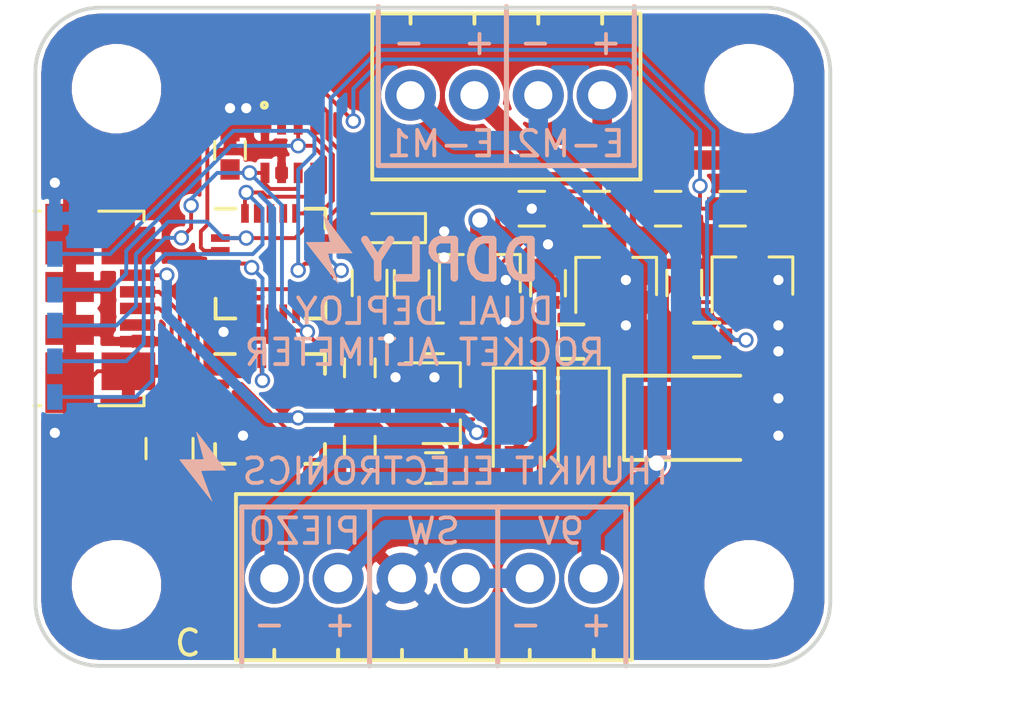
<source format=kicad_pcb>
(kicad_pcb (version 4) (host pcbnew 4.0.5+dfsg1-4)
  (title_block (title DDPLY) (date 2018-09-16) (rev C) (company "THUNKIT ELECTRONICS"))
  (layers (0 F.Cu signal) (31 B.Cu signal) (34 B.Paste user) (35 F.Paste user) (36 B.SilkS user) (37 F.SilkS user) (38 B.Mask user) (39 F.Mask user) (44 Edge.Cuts user))
  (net 0 "")
  (net 1 GND)
  (net 2 +3V3)
  (net 3 "Net-(C2-Pad1)")
  (net 4 "Net-(C3-Pad1)")
  (net 5 +9V)
  (net 6 +5V)
  (net 7 SCK_AVR)
  (net 8 CS_BMP)
  (net 9 TX_AVR)
  (net 10 RX_AVR)
  (net 11 PIEZO)
  (net 12 E-MATCH_2)
  (net 13 E-MATCH_1)
  (net 14 MOSI_AVR)
  (net 15 MISO_AVR)
  (net 16 "Net-(P1-Pad2)")
  (net 17 "Net-(P1-Pad3)")
  (net 18 "Net-(P1-Pad4)")
  (net 19 "Net-(U2-Pad4)")
  (net 20 "Net-(U2-Pad12)")
  (net 21 "Net-(U2-Pad14)")
  (net 22 "Net-(U2-Pad16)")
  (net 23 CONT_2)
  (net 24 CONT_1)
  (net 25 "Net-(R1-Pad3)")
  (net 26 "Net-(R1-Pad4)")
  (net 27 "Net-(U2-Pad5)")
  (net 28 "Net-(U2-Pad11)")
  (net 29 "Net-(D3-Pad2)")
  (net 30 RST_AVR)
  (net 31 E-M1)
  (net 32 E-M2)
  (net 33 PIEZO_OUT)
  (net 34 "Net-(P3-Pad4)")
  (net 35 "Net-(Q1-Pad1)")
  (net 36 "Net-(Q2-Pad1)")
  (module "MOD:GND VIA" (layer F.Cu) (at 158.5595 104.9655)
    (fp_text reference "" (at 0 0) (layer F.SilkS))
    (fp_text value "" (at 0 0) (layer F.SilkS))
    (pad 1 thru_hole circle (at 0 1.27) (size 0.6 0.6) (drill 0.4) (layers *.Cu) (net 1 GND))
  )
  (module MOD:lightning (layer B.Cu) (at 141.0335 100.457)
    (fp_text reference G*** hide)
    (fp_text value LOGO hide)
  )
  (module MOD:lightning (layer B.Cu) (at 136.0805 108.966)
    (fp_text reference G*** hide)
    (fp_text value LOGO hide)
  )
  (module "MOD:GND VIA" (layer F.Cu) (at 136.8425 102.362)
    (fp_text reference "" (at 0 0) (layer F.SilkS))
    (fp_text value "" (at 0 0) (layer F.SilkS))
    (pad 1 thru_hole circle (at 0 1.27) (size 0.6 0.6) (drill 0.4) (layers *.Cu) (net 1 GND))
  )
  (module "MOD:GND VIA" (layer F.Cu) (at 137.7315 93.599)
    (fp_text reference "" (at 0 0) (layer F.SilkS))
    (fp_text value "" (at 0 0) (layer F.SilkS))
    (pad 1 thru_hole circle (at 0 1.27) (size 0.6 0.6) (drill 0.4) (layers *.Cu) (net 1 GND))
  )
  (module "MOD:GND VIA" (layer F.Cu) (at 137.0965 93.599)
    (fp_text reference "" (at 0 0) (layer F.SilkS))
    (fp_text value "" (at 0 0) (layer F.SilkS))
    (pad 1 thru_hole circle (at 0 1.27) (size 0.6 0.6) (drill 0.4) (layers *.Cu) (net 1 GND))
  )
  (module "MOD:GND VIA" (layer F.Cu) (at 130.2385 106.317)
    (fp_text reference "" (at 0 0) (layer F.SilkS))
    (fp_text value "" (at 0 0) (layer F.SilkS))
    (pad 1 thru_hole circle (at 0 1.27) (size 0.6 0.6) (drill 0.4) (layers *.Cu *.Mask) (net 1 GND))
  )
  (module "MOD:GND VIA" (layer F.Cu) (at 130.2385 96.52)
    (fp_text reference "" (at 0 0) (layer F.SilkS))
    (fp_text value "" (at 0 0) (layer F.SilkS))
    (pad 1 thru_hole circle (at 0 1.27) (size 0.6 0.6) (drill 0.4) (layers *.Cu *.Mask) (net 1 GND))
  )
  (module "MOD:GND VIA" (layer F.Cu) (at 143.5735 104.14)
    (fp_text reference "" (at 0 0) (layer F.SilkS))
    (fp_text value "" (at 0 0) (layer F.SilkS))
    (pad 1 thru_hole circle (at 0 1.27) (size 0.6 0.6) (drill 0.4) (layers *.Cu) (net 1 GND))
  )
  (module "MOD:GND VIA" (layer F.Cu) (at 145.0975 104.14)
    (fp_text reference "" (at 0 0) (layer F.SilkS))
    (fp_text value "" (at 0 0) (layer F.SilkS))
    (pad 1 thru_hole circle (at 0 1.27) (size 0.6 0.6) (drill 0.4) (layers *.Cu) (net 1 GND))
  )
  (module "MOD:GND VIA" (layer F.Cu) (at 158.5595 106.426)
    (fp_text reference "" (at 0 0) (layer F.SilkS))
    (fp_text value "" (at 0 0) (layer F.SilkS))
    (pad 1 thru_hole circle (at 0 1.27) (size 0.6 0.6) (drill 0.4) (layers *.Cu) (net 1 GND))
  )
  (module "MOD:GND VIA" (layer F.Cu) (at 158.5595 103.124)
    (fp_text reference "" (at 0 0) (layer F.SilkS))
    (fp_text value "" (at 0 0) (layer F.SilkS))
    (pad 1 thru_hole circle (at 0 1.27) (size 0.6 0.6) (drill 0.4) (layers *.Cu) (net 1 GND))
  )
  (module "MOD:GND VIA" (layer F.Cu) (at 147.8915 101.981)
    (fp_text reference "" (at 0 0) (layer F.SilkS))
    (fp_text value "" (at 0 0) (layer F.SilkS))
    (pad 1 thru_hole circle (at 0 1.27) (size 0.6 0.6) (drill 0.4) (layers *.Cu) (net 1 GND))
  )
  (module "MOD:GND VIA" (layer F.Cu) (at 158.5595 102.108)
    (fp_text reference "" (at 0 0) (layer F.SilkS))
    (fp_text value "" (at 0 0) (layer F.SilkS))
    (pad 1 thru_hole circle (at 0 1.27) (size 0.6 0.6) (drill 0.4) (layers *.Cu) (net 1 GND))
  )
  (module "MOD:GND VIA" (layer F.Cu) (at 158.5595 100.33)
    (fp_text reference "" (at 0 0) (layer F.SilkS))
    (fp_text value "" (at 0 0) (layer F.SilkS))
    (pad 1 thru_hole circle (at 0 1.27) (size 0.6 0.6) (drill 0.4) (layers *.Cu) (net 1 GND))
  )
  (module "MOD:GND VIA" (layer F.Cu) (at 152.5905 102.108)
    (fp_text reference "" (at 0 0) (layer F.SilkS))
    (fp_text value "" (at 0 0) (layer F.SilkS))
    (pad 1 thru_hole circle (at 0 1.27) (size 0.6 0.6) (drill 0.4) (layers *.Cu) (net 1 GND))
  )
  (module "MOD:GND VIA" (layer F.Cu) (at 152.5905 100.33)
    (fp_text reference "" (at 0 0) (layer F.SilkS))
    (fp_text value "" (at 0 0) (layer F.SilkS))
    (pad 1 thru_hole circle (at 0 1.27) (size 0.6 0.6) (drill 0.4) (layers *.Cu) (net 1 GND))
  )
  (module "MOD:GND VIA" (layer F.Cu) (at 147.8915 100.33)
    (fp_text reference "" (at 0 0) (layer F.SilkS))
    (fp_text value "" (at 0 0) (layer F.SilkS))
    (pad 1 thru_hole circle (at 0 1.27) (size 0.6 0.6) (drill 0.4) (layers *.Cu) (net 1 GND))
  )
  (module "MOD:GND VIA" (layer F.Cu) (at 145.4785 99.441)
    (fp_text reference "" (at 0 0) (layer F.SilkS))
    (fp_text value "" (at 0 0) (layer F.SilkS))
    (pad 1 thru_hole circle (at 0 1.27) (size 0.6 0.6) (drill 0.4) (layers *.Cu) (net 1 GND))
  )
  (module "MOD:GND VIA" (layer F.Cu) (at 145.4785 98.425)
    (fp_text reference "" (at 0 0) (layer F.SilkS))
    (fp_text value "" (at 0 0) (layer F.SilkS))
    (pad 1 thru_hole circle (at 0 1.27) (size 0.6 0.6) (drill 0.4) (layers *.Cu) (net 1 GND))
  )
  (module "MOD:GND VIA" (layer F.Cu) (at 137.6045 106.426)
    (fp_text reference "" (at 0 0) (layer F.SilkS))
    (fp_text value "" (at 0 0) (layer F.SilkS))
    (pad 1 thru_hole circle (at 0 1.27) (size 0.6 0.6) (drill 0.4) (layers *.Cu) (net 1 GND))
  )
  (module "MOD:GND VIA" (layer F.Cu) (at 143.3195 102.616)
    (fp_text reference "" (at 0 0) (layer F.SilkS))
    (fp_text value "" (at 0 0) (layer F.SilkS))
    (pad 1 thru_hole circle (at 0 1.27) (size 0.6 0.6) (drill 0.4) (layers *.Cu) (net 1 GND))
  )
  (module "MOD:GND VIA" (layer F.Cu) (at 149.5425 98.933)
    (fp_text reference "" (at 0 0) (layer F.SilkS))
    (fp_text value "" (at 0 0) (layer F.SilkS))
    (pad 1 thru_hole circle (at 0 1.27) (size 0.6 0.6) (drill 0.4) (layers *.Cu) (net 1 GND))
  )
  (module Mounting_Holes:MountingHole_3.2mm_M3 (layer F.Cu) (at 157.4165 113.538)
    (fp_text reference REF** hide)
    (fp_text value MountingHole_3.2mm_M3)
    (pad 1 np_thru_hole circle (at 0 0) (size 3.2 3.2) (drill 3.2) (layers *.Cu *.Mask))
  )
  (module Mounting_Holes:MountingHole_3.2mm_M3 (layer F.Cu) (at 157.4165 94.107)
    (fp_text reference REF** hide)
    (fp_text value MountingHole_3.2mm_M3)
    (pad 1 np_thru_hole circle (at 0 0) (size 3.2 3.2) (drill 3.2) (layers *.Cu *.Mask))
  )
  (module Mounting_Holes:MountingHole_3.2mm_M3 (layer F.Cu) (at 132.6515 94.107)
    (fp_text reference REF** hide)
    (fp_text value MountingHole_3.2mm_M3)
    (pad 1 np_thru_hole circle (at 0 0) (size 3.2 3.2) (drill 3.2) (layers *.Cu *.Mask))
  )
  (module Capacitors_SMD:C_0603 (layer F.Cu) (at 142.1765 105.041 90)
    (fp_text reference C1 hide)
    (fp_text value 1uF)
    (pad 2 smd rect (at 0.75 0 90) (size 0.8 0.75) (layers F.Cu F.Paste F.Mask) (net 1 GND))
    (pad 1 smd rect (at -0.75 0 90) (size 0.8 0.75) (layers F.Cu F.Paste F.Mask) (net 2 +3V3))
  )
  (module Capacitors_SMD:C_0603 (layer F.Cu) (at 142.1765 108.077 90)
    (fp_text reference C2 hide)
    (fp_text value 1uF)
    (pad 2 smd rect (at 0.75 0 90) (size 0.8 0.75) (layers F.Cu F.Paste F.Mask) (net 1 GND))
    (pad 1 smd rect (at -0.75 0 90) (size 0.8 0.75) (layers F.Cu F.Paste F.Mask) (net 3 "Net-(C2-Pad1)"))
  )
  (module Capacitors_SMD:C_0603 (layer F.Cu) (at 145.0975 103.886 180)
    (fp_text reference C3 hide)
    (fp_text value 1uF)
    (pad 2 smd rect (at 0.75 0 180) (size 0.8 0.75) (layers F.Cu F.Paste F.Mask) (net 1 GND))
    (pad 1 smd rect (at -0.75 0 180) (size 0.8 0.75) (layers F.Cu F.Paste F.Mask) (net 4 "Net-(C3-Pad1)"))
  )
  (module Capacitors_SMD:C_0603 (layer F.Cu) (at 145.0975 108.966 180)
    (fp_text reference C4 hide)
    (fp_text value 1uF)
    (pad 2 smd rect (at 0.75 0 180) (size 0.8 0.75) (layers F.Cu F.Paste F.Mask) (net 1 GND))
    (pad 1 smd rect (at -0.75 0 180) (size 0.8 0.75) (layers F.Cu F.Paste F.Mask) (net 2 +3V3))
  )
  (module Capacitors_SMD:C_0603 (layer F.Cu) (at 137.0965 96.52 90)
    (fp_text reference C8 hide)
    (fp_text value 1uF)
    (pad 2 smd rect (at 0.75 0 90) (size 0.8 0.75) (layers F.Cu F.Paste F.Mask) (net 1 GND))
    (pad 1 smd rect (at -0.75 0 90) (size 0.8 0.75) (layers F.Cu F.Paste F.Mask) (net 2 +3V3))
  )
  (module Diodes_SMD:D_SOD-123F (layer F.Cu) (at 150.9395 107.2515 270)
    (fp_text reference D1 hide)
    (fp_text value D_Schottky)
    (pad 1 smd rect (at -1.4 0 270) (size 1.1 1.1) (layers F.Cu F.Paste F.Mask) (net 4 "Net-(C3-Pad1)"))
    (pad 2 smd rect (at 1.4 0 270) (size 1.1 1.1) (layers F.Cu F.Paste F.Mask) (net 5 +9V))
  )
  (module Diodes_SMD:D_SOD-123F (layer F.Cu) (at 148.3995 107.2515 270)
    (fp_text reference D2 hide)
    (fp_text value D_Schottky)
    (pad 1 smd rect (at -1.4 0 270) (size 1.1 1.1) (layers F.Cu F.Paste F.Mask) (net 4 "Net-(C3-Pad1)"))
    (pad 2 smd rect (at 1.4 0 270) (size 1.1 1.1) (layers F.Cu F.Paste F.Mask) (net 6 +5V))
  )
  (module Resistors_SMD:R_0603 (layer F.Cu) (at 149.5425 101.727 90)
    (fp_text reference R7 hide)
    (fp_text value 10K)
    (pad 1 smd rect (at -0.75 0 90) (size 0.5 0.9) (layers F.Cu F.Paste F.Mask) (net 35 "Net-(Q1-Pad1)"))
    (pad 2 smd rect (at 0.75 0 90) (size 0.5 0.9) (layers F.Cu F.Paste F.Mask) (net 1 GND))
  )
  (module Resistors_SMD:R_0603 (layer F.Cu) (at 154.8765 101.715 90)
    (fp_text reference R8 hide)
    (fp_text value 10K)
    (pad 1 smd rect (at -0.75 0 90) (size 0.5 0.9) (layers F.Cu F.Paste F.Mask) (net 36 "Net-(Q2-Pad1)"))
    (pad 2 smd rect (at 0.75 0 90) (size 0.5 0.9) (layers F.Cu F.Paste F.Mask) (net 1 GND))
  )
  (module Resistors_SMD:R_0603 (layer F.Cu) (at 144.2085 101.727 90)
    (fp_text reference R9 hide)
    (fp_text value 10K)
    (pad 1 smd rect (at -0.75 0 90) (size 0.5 0.9) (layers F.Cu F.Paste F.Mask) (net 11 PIEZO))
    (pad 2 smd rect (at 0.75 0 90) (size 0.5 0.9) (layers F.Cu F.Paste F.Mask) (net 1 GND))
  )
  (module TO_SOT_Packages_SMD:SOT-23 (layer F.Cu) (at 152.2095 101.473 90)
    (fp_text reference Q1 hide)
    (fp_text value Q_NJFET_GSD)
    (pad 1 smd rect (at -1 -0.95 90) (size 0.9 0.8) (layers F.Cu F.Paste F.Mask) (net 35 "Net-(Q1-Pad1)"))
    (pad 2 smd rect (at -1 0.95 90) (size 0.9 0.8) (layers F.Cu F.Paste F.Mask) (net 1 GND))
    (pad 3 smd rect (at 1 0 90) (size 0.9 0.8) (layers F.Cu F.Paste F.Mask) (net 31 E-M1))
  )
  (module TO_SOT_Packages_SMD:SOT-23 (layer F.Cu) (at 157.5435 101.457 90)
    (fp_text reference Q2 hide)
    (fp_text value Q_NJFET_GSD)
    (pad 1 smd rect (at -1 -0.95 90) (size 0.9 0.8) (layers F.Cu F.Paste F.Mask) (net 36 "Net-(Q2-Pad1)"))
    (pad 2 smd rect (at -1 0.95 90) (size 0.9 0.8) (layers F.Cu F.Paste F.Mask) (net 1 GND))
    (pad 3 smd rect (at 1 0 90) (size 0.9 0.8) (layers F.Cu F.Paste F.Mask) (net 32 E-M2))
  )
  (module TO_SOT_Packages_SMD:SOT-23 (layer F.Cu) (at 146.8755 101.362 90)
    (fp_text reference Q3 hide)
    (fp_text value Q_NJFET_GSD)
    (pad 1 smd rect (at -1 -0.95 90) (size 0.9 0.8) (layers F.Cu F.Paste F.Mask) (net 11 PIEZO))
    (pad 2 smd rect (at -1 0.95 90) (size 0.9 0.8) (layers F.Cu F.Paste F.Mask) (net 1 GND))
    (pad 3 smd rect (at 1 0 90) (size 0.9 0.8) (layers F.Cu F.Paste F.Mask) (net 33 PIEZO_OUT))
  )
  (module TO_SOT_Packages_SMD:SOT-23 (layer F.Cu) (at 145.3515 106.426)
    (fp_text reference U1 hide)
    (fp_text value AP2210)
    (pad 1 smd rect (at -1 -0.95) (size 0.9 0.8) (layers F.Cu F.Paste F.Mask) (net 1 GND))
    (pad 2 smd rect (at -1 0.95) (size 0.9 0.8) (layers F.Cu F.Paste F.Mask) (net 2 +3V3))
    (pad 3 smd rect (at 1 0) (size 0.9 0.8) (layers F.Cu F.Paste F.Mask) (net 4 "Net-(C3-Pad1)"))
  )
  (module MOD:QFN-20-1EP_4x4mm_Pitch0.5mm (layer F.Cu) (at 138.6805 100.957)
    (fp_text reference U5 hide)
    (fp_text value ATTINY841-MMH)
    (pad 1 smd rect (at -1.965 -1) (size 0.73 0.3) (layers F.Cu F.Paste F.Mask) (net 7 SCK_AVR))
    (pad 2 smd rect (at -1.965 -0.5) (size 0.73 0.3) (layers F.Cu F.Paste F.Mask) (net 23 CONT_2))
    (pad 3 smd rect (at -1.965 0) (size 0.73 0.3) (layers F.Cu F.Paste F.Mask) (net 10 RX_AVR))
    (pad 4 smd rect (at -1.965 0.5) (size 0.73 0.3) (layers F.Cu F.Paste F.Mask) (net 9 TX_AVR))
    (pad 5 smd rect (at -1.965 1) (size 0.73 0.3) (layers F.Cu F.Paste F.Mask) (net 11 PIEZO))
    (pad 6 smd rect (at -1 1.965 90) (size 0.73 0.3) (layers F.Cu F.Paste F.Mask))
    (pad 7 smd rect (at -0.5 1.965 90) (size 0.73 0.3) (layers F.Cu F.Paste F.Mask))
    (pad 8 smd rect (at 0 1.965 90) (size 0.73 0.3) (layers F.Cu F.Paste F.Mask) (net 1 GND))
    (pad 9 smd rect (at 0.5 1.965 90) (size 0.73 0.3) (layers F.Cu F.Paste F.Mask) (net 2 +3V3))
    (pad 10 smd rect (at 1 1.965 90) (size 0.73 0.3) (layers F.Cu F.Paste F.Mask))
    (pad 11 smd rect (at 1.965 1) (size 0.73 0.3) (layers F.Cu F.Paste F.Mask) (net 24 CONT_1))
    (pad 12 smd rect (at 1.965 0.5) (size 0.73 0.3) (layers F.Cu F.Paste F.Mask) (net 12 E-MATCH_2))
    (pad 13 smd rect (at 1.965 0) (size 0.73 0.3) (layers F.Cu F.Paste F.Mask) (net 30 RST_AVR))
    (pad 14 smd rect (at 1.965 -0.5) (size 0.73 0.3) (layers F.Cu F.Paste F.Mask) (net 13 E-MATCH_1))
    (pad 15 smd rect (at 1.965 -1) (size 0.73 0.3) (layers F.Cu F.Paste F.Mask) (net 8 CS_BMP))
    (pad 16 smd rect (at 1 -1.965 90) (size 0.73 0.3) (layers F.Cu F.Paste F.Mask) (net 14 MOSI_AVR))
    (pad 17 smd rect (at 0.5 -1.965 90) (size 0.73 0.3) (layers F.Cu F.Paste F.Mask))
    (pad 18 smd rect (at 0 -1.965 90) (size 0.73 0.3) (layers F.Cu F.Paste F.Mask))
    (pad 19 smd rect (at -0.5 -1.965 90) (size 0.73 0.3) (layers F.Cu F.Paste F.Mask))
    (pad 20 smd rect (at -1 -1.965 90) (size 0.73 0.3) (layers F.Cu F.Paste F.Mask) (net 15 MISO_AVR))
  )
  (module Resistors_SMD:R_0603 (layer F.Cu) (at 151.4475 98.806 180)
    (fp_text reference R10 hide)
    (fp_text value 100K)
    (pad 1 smd rect (at -0.75 0 180) (size 0.5 0.9) (layers F.Cu F.Paste F.Mask) (net 31 E-M1))
    (pad 2 smd rect (at 0.75 0 180) (size 0.5 0.9) (layers F.Cu F.Paste F.Mask) (net 24 CONT_1))
  )
  (module Resistors_SMD:R_0603 (layer F.Cu) (at 148.9075 98.806 180)
    (fp_text reference R11 hide)
    (fp_text value 10K)
    (pad 1 smd rect (at -0.75 0 180) (size 0.5 0.9) (layers F.Cu F.Paste F.Mask) (net 24 CONT_1))
    (pad 2 smd rect (at 0.75 0 180) (size 0.5 0.9) (layers F.Cu F.Paste F.Mask) (net 1 GND))
  )
  (module Resistors_SMD:R_0603 (layer F.Cu) (at 156.7695 98.806 180)
    (fp_text reference R12 hide)
    (fp_text value 100K)
    (pad 1 smd rect (at -0.75 0 180) (size 0.5 0.9) (layers F.Cu F.Paste F.Mask) (net 32 E-M2))
    (pad 2 smd rect (at 0.75 0 180) (size 0.5 0.9) (layers F.Cu F.Paste F.Mask) (net 23 CONT_2))
  )
  (module Resistors_SMD:R_0603 (layer F.Cu) (at 154.2415 98.806001 180)
    (fp_text reference R13 hide)
    (fp_text value 10K)
    (pad 1 smd rect (at -0.75 0 180) (size 0.5 0.9) (layers F.Cu F.Paste F.Mask) (net 23 CONT_2))
    (pad 2 smd rect (at 0.75 0 180) (size 0.5 0.9) (layers F.Cu F.Paste F.Mask) (net 1 GND))
  )
  (module Connectors_USB:USB_Micro-B_Molex_47346-0001 (layer F.Cu) (at 130.817 102.713 270)
    (fp_text reference P1 hide)
    (fp_text value USB_OTG)
    (pad 1 smd rect (at -1.3 -2.66 270) (size 0.45 1.38) (layers F.Cu F.Paste F.Mask) (net 6 +5V))
    (pad 2 smd rect (at -0.65 -2.66 270) (size 0.45 1.38) (layers F.Cu F.Paste F.Mask) (net 16 "Net-(P1-Pad2)"))
    (pad 3 smd rect (at 0 -2.66 270) (size 0.45 1.38) (layers F.Cu F.Paste F.Mask) (net 17 "Net-(P1-Pad3)"))
    (pad 4 smd rect (at 0.65 -2.66 270) (size 0.45 1.38) (layers F.Cu F.Paste F.Mask) (net 18 "Net-(P1-Pad4)"))
    (pad 5 smd rect (at 1.3 -2.66 270) (size 0.45 1.38) (layers F.Cu F.Paste F.Mask) (net 1 GND))
    (pad 6 smd rect (at -2.4625 -2.3 270) (size 1.475 2.1) (layers F.Cu F.Paste F.Mask) (net 1 GND))
    (pad 6 smd rect (at 2.4625 -2.3 270) (size 1.475 2.1) (layers F.Cu F.Paste F.Mask) (net 1 GND))
    (pad 6 smd rect (at -2.91 0 270) (size 2.375 1.9) (layers F.Cu F.Paste F.Mask) (net 1 GND))
    (pad 6 smd rect (at 2.91 0 270) (size 2.375 1.9) (layers F.Cu F.Paste F.Mask) (net 1 GND))
    (pad 6 smd rect (at -0.84 0 270) (size 1.175 1.9) (layers F.Cu F.Paste F.Mask) (net 1 GND))
    (pad 6 smd rect (at 0.84 0 270) (size 1.175 1.9) (layers F.Cu F.Paste F.Mask) (net 1 GND))
  )
  (module Resistors_SMD:R_Array_Concave_2x0603 (layer F.Cu) (at 134.728 108.204 270)
    (fp_text reference R1 hide)
    (fp_text value 22)
    (pad 1 smd rect (at -0.85 -0.4 270) (size 0.9 0.4) (layers F.Cu F.Paste F.Mask) (net 16 "Net-(P1-Pad2)"))
    (pad 2 smd rect (at -0.85 0.4 270) (size 0.9 0.4) (layers F.Cu F.Paste F.Mask) (net 17 "Net-(P1-Pad3)"))
    (pad 3 smd rect (at 0.85 0.4 270) (size 0.9 0.4) (layers F.Cu F.Paste F.Mask) (net 25 "Net-(R1-Pad3)"))
    (pad 4 smd rect (at 0.85 -0.4 270) (size 0.9 0.4) (layers F.Cu F.Paste F.Mask) (net 26 "Net-(R1-Pad4)"))
  )
  (module Mounting_Holes:MountingHole_3.2mm_M3 (layer F.Cu) (at 132.6515 113.538)
    (fp_text reference REF** hide)
    (fp_text value MountingHole_3.2mm_M3)
    (pad 1 np_thru_hole circle (at 0 0) (size 3.2 3.2) (drill 3.2) (layers *.Cu *.Mask))
  )
  (module Diodes_SMD:D_0603 (layer F.Cu) (at 143.4465 99.568 180)
    (fp_text reference D3 hide)
    (fp_text value RED)
    (pad 1 smd rect (at -0.85 0 180) (size 0.6 0.8) (layers F.Cu F.Paste F.Mask) (net 1 GND))
    (pad 2 smd rect (at 0.85 0 180) (size 0.6 0.8) (layers F.Cu F.Paste F.Mask) (net 29 "Net-(D3-Pad2)"))
  )
  (module Resistors_SMD:R_0603 (layer F.Cu) (at 142.5575 101.715 90)
    (fp_text reference R2 hide)
    (fp_text value 680)
    (pad 1 smd rect (at -0.75 0 90) (size 0.5 0.9) (layers F.Cu F.Paste F.Mask) (net 11 PIEZO))
    (pad 2 smd rect (at 0.75 0 90) (size 0.5 0.9) (layers F.Cu F.Paste F.Mask) (net 29 "Net-(D3-Pad2)"))
  )
  (module MOD:QFN-16_4x4mm_Pitch0.65mm (layer F.Cu) (at 138.6615 106.648)
    (fp_text reference U2 hide)
    (fp_text value FT230XQ-R)
    (pad 1 smd rect (at -2 -0.975) (size 0.8 0.35) (layers F.Cu F.Paste F.Mask) (net 3 "Net-(C2-Pad1)"))
    (pad 2 smd rect (at -2 -0.325) (size 0.8 0.35) (layers F.Cu F.Paste F.Mask) (net 9 TX_AVR))
    (pad 3 smd rect (at -2 0.325) (size 0.8 0.35) (layers F.Cu F.Paste F.Mask) (net 1 GND))
    (pad 4 smd rect (at -2 0.975) (size 0.8 0.35) (layers F.Cu F.Paste F.Mask) (net 19 "Net-(U2-Pad4)"))
    (pad 5 smd rect (at -0.975 2 90) (size 0.8 0.35) (layers F.Cu F.Paste F.Mask) (net 27 "Net-(U2-Pad5)"))
    (pad 6 smd rect (at -0.325 2 90) (size 0.8 0.35) (layers F.Cu F.Paste F.Mask) (net 25 "Net-(R1-Pad3)"))
    (pad 7 smd rect (at 0.325 2 90) (size 0.8 0.35) (layers F.Cu F.Paste F.Mask) (net 26 "Net-(R1-Pad4)"))
    (pad 8 smd rect (at 0.975 2 90) (size 0.8 0.35) (layers F.Cu F.Paste F.Mask) (net 3 "Net-(C2-Pad1)"))
    (pad 9 smd rect (at 2 0.975) (size 0.8 0.35) (layers F.Cu F.Paste F.Mask) (net 3 "Net-(C2-Pad1)"))
    (pad 10 smd rect (at 2 0.325) (size 0.8 0.35) (layers F.Cu F.Paste F.Mask) (net 6 +5V))
    (pad 11 smd rect (at 2 -0.325) (size 0.8 0.35) (layers F.Cu F.Paste F.Mask) (net 28 "Net-(U2-Pad11)"))
    (pad 12 smd rect (at 2 -0.975) (size 0.8 0.35) (layers F.Cu F.Paste F.Mask) (net 20 "Net-(U2-Pad12)"))
    (pad 13 smd rect (at 0.975 -2 90) (size 0.8 0.35) (layers F.Cu F.Paste F.Mask) (net 1 GND))
    (pad 14 smd rect (at 0.325 -2 90) (size 0.8 0.35) (layers F.Cu F.Paste F.Mask) (net 21 "Net-(U2-Pad14)"))
    (pad 15 smd rect (at -0.325 -2 90) (size 0.8 0.35) (layers F.Cu F.Paste F.Mask) (net 10 RX_AVR))
    (pad 16 smd rect (at -0.975 -2 90) (size 0.8 0.35) (layers F.Cu F.Paste F.Mask) (net 22 "Net-(U2-Pad16)"))
  )
  (module "MOD:GND VIA" (layer F.Cu) (at 148.9075 97.536)
    (fp_text reference "" (at 0 0) (layer F.SilkS))
    (fp_text value "" (at 0 0) (layer F.SilkS))
    (pad 1 thru_hole circle (at 0 1.27) (size 0.6 0.6) (drill 0.4) (layers *.Cu) (net 1 GND))
  )
  (module MOD:LINEAR_ICSP (layer B.Cu) (at 131.6385 102.681 90)
    (fp_text reference P5 hide)
    (fp_text value ICSP)
    (pad 1 connect rect (at -3.5 -1.4 90) (size 1 0.6) (layers B.Cu B.Mask) (net 15 MISO_AVR))
    (pad 2 connect rect (at -2.1 -1.4 90) (size 1 0.6) (layers B.Cu B.Mask) (net 2 +3V3))
    (pad 3 connect rect (at -0.7 -1.4 90) (size 1 0.6) (layers B.Cu B.Mask) (net 7 SCK_AVR))
    (pad 4 connect rect (at 0.7 -1.4 90) (size 1 0.6) (layers B.Cu B.Mask) (net 14 MOSI_AVR))
    (pad 6 connect rect (at 3.5 -1.4 90) (size 1 0.6) (layers B.Cu B.Mask) (net 1 GND))
    (pad 5 connect rect (at 2.1 -1.4 90) (size 1 0.6) (layers B.Cu B.Mask) (net 30 RST_AVR))
  )
  (module MOD:LGA-8_PIN1_DOT (layer F.Cu) (at 139.4385 96.454 90)
    (fp_text reference U4)
    (fp_text value BMP280 hide)
    (pad 2 smd rect (at 0.95 -0.325 90) (size 0.8 0.35) (layers F.Cu F.Paste F.Mask) (net 8 CS_BMP) (clearance 0.0508))
    (pad 7 smd rect (at -0.95 -0.325 90) (size 0.8 0.35) (layers F.Cu F.Paste F.Mask) (net 1 GND))
    (pad 3 smd rect (at 0.95 0.325 90) (size 0.8 0.35) (layers F.Cu F.Paste F.Mask) (net 14 MOSI_AVR))
    (pad 6 smd rect (at -0.95 0.325 90) (size 0.8 0.35) (layers F.Cu F.Paste F.Mask) (net 2 +3V3))
    (pad 8 smd rect (at -0.95 -0.975 90) (size 0.8 0.35) (layers F.Cu F.Paste F.Mask) (net 2 +3V3))
    (pad 1 smd rect (at 0.95 -0.975 90) (size 0.8 0.35) (layers F.Cu F.Paste F.Mask) (net 1 GND))
    (pad 4 smd rect (at 0.95 0.975 90) (size 0.8 0.35) (layers F.Cu F.Paste F.Mask) (net 7 SCK_AVR))
    (pad 5 smd rect (at -0.95 0.975 90) (size 0.8 0.35) (layers F.Cu F.Paste F.Mask) (net 15 MISO_AVR))
  )
  (module Capacitors_Tantalum_SMD:Tantalum_Case-B_EIA-3528-21_Reflow (layer F.Cu) (at 155.32 106.9975)
    (fp_text reference C6 hide)
    (fp_text value 100uF)
    (pad 1 smd rect (at -1.525 0) (size 1.95 2.5) (layers F.Cu F.Paste F.Mask) (net 5 +9V))
    (pad 2 smd rect (at 1.525 0) (size 1.95 2.5) (layers F.Cu F.Paste F.Mask) (net 1 GND))
  )
  (module MOD:100MIL_STX4 (layer F.Cu) (at 153.1615 97.661 180)
    (fp_text reference P2 hide)
    (fp_text value SCREW)
    (pad 1 thru_hole circle (at 1.5 3.3 180) (size 2 2) (drill 1.1) (layers *.Cu *.Mask) (net 32 E-M2))
    (pad 2 thru_hole circle (at 4 3.3 180) (size 2 2) (drill 1.1) (layers *.Cu *.Mask) (net 5 +9V))
    (pad 3 thru_hole circle (at 6.5 3.3 180) (size 2 2) (drill 1.1) (layers *.Cu *.Mask) (net 31 E-M1))
    (pad 4 thru_hole circle (at 9 3.3 180) (size 2 2) (drill 1.1) (layers *.Cu *.Mask) (net 5 +9V))
  )
  (module MOD:100MIL_STX6 (layer F.Cu) (at 137.3275 109.984)
    (fp_text reference P3 hide)
    (fp_text value SCREW)
    (pad 1 thru_hole circle (at 1.5 3.3) (size 2 2) (drill 1.1) (layers *.Cu *.Mask) (net 33 PIEZO_OUT))
    (pad 2 thru_hole circle (at 4 3.3) (size 2 2) (drill 1.1) (layers *.Cu *.Mask) (net 5 +9V))
    (pad 3 thru_hole circle (at 6.5 3.3) (size 2 2) (drill 1.1) (layers *.Cu *.Mask) (net 1 GND))
    (pad 4 thru_hole circle (at 9 3.3) (size 2 2) (drill 1.1) (layers *.Cu *.Mask) (net 34 "Net-(P3-Pad4)"))
    (pad 5 thru_hole circle (at 11.5 3.3) (size 2 2) (drill 1.1) (layers *.Cu *.Mask) (net 34 "Net-(P3-Pad4)"))
    (pad 6 thru_hole circle (at 14 3.3) (size 2 2) (drill 1.1) (layers *.Cu *.Mask) (net 5 +9V))
  )
  (module Resistors_SMD:R_0603 (layer F.Cu) (at 150.4315 104.013)
    (fp_text reference R3 hide)
    (fp_text value 680)
    (pad 1 smd rect (at -0.75 0) (size 0.5 0.9) (layers F.Cu F.Paste F.Mask) (net 35 "Net-(Q1-Pad1)"))
    (pad 2 smd rect (at 0.75 0) (size 0.5 0.9) (layers F.Cu F.Paste F.Mask) (net 13 E-MATCH_1))
  )
  (module Resistors_SMD:R_0603 (layer F.Cu) (at 155.7535 103.9495)
    (fp_text reference R4 hide)
    (fp_text value 680)
    (pad 1 smd rect (at -0.75 0) (size 0.5 0.9) (layers F.Cu F.Paste F.Mask) (net 36 "Net-(Q2-Pad1)"))
    (pad 2 smd rect (at 0.75 0) (size 0.5 0.9) (layers F.Cu F.Paste F.Mask) (net 12 E-MATCH_2))
  )
  (gr_line (start 142.898476 97.115386) (end 142.898476 90.892386) (layer B.SilkS) (width 0.2))
  (gr_line (start 147.914976 97.115386) (end 147.914976 90.892386) (layer B.SilkS) (width 0.2))
  (gr_line (start 152.9207 97.1169) (end 152.9207 90.8939) (layer B.SilkS) (width 0.2))
  (gr_line (start 152.9207 97.1169) (end 147.914976 97.115386) (layer B.SilkS) (width 0.2))
  (gr_line (start 147.914976 97.115386) (end 142.898476 97.115386) (layer B.SilkS) (width 0.2))
  (gr_line (start 147.6375 110.49) (end 152.5905 110.49) (layer B.SilkS) (width 0.2))
  (gr_line (start 152.5905 110.49) (end 152.5905 116.713) (layer B.SilkS) (width 0.2))
  (gr_line (start 147.574 110.49) (end 147.574 116.713) (layer B.SilkS) (width 0.2))
  (gr_line (start 142.5575 110.49) (end 147.6375 110.49) (layer B.SilkS) (width 0.2))
  (gr_line (start 137.5537 110.49) (end 137.5537 116.713) (layer B.SilkS) (width 0.2))
  (gr_line (start 142.5575 110.49) (end 142.5575 116.713) (layer B.SilkS) (width 0.2))
  (gr_line (start 137.5537 110.49) (end 142.5575 110.49) (layer B.SilkS) (width 0.2))
  (gr_text "+  -" (at 150.0505 115.062) (layer B.SilkS) (effects (font (size 1 1)) (justify mirror)))
  (gr_text "DUAL DEPLOY\nROCKET ALTIMETER" (at 144.7165 103.632) (layer B.SilkS) (effects (font (size 1 1)) (justify mirror)))
  (gr_text DDPLY (at 145.7325 100.838) (layer B.SilkS) (effects (font (size 1.5 1.5) (thickness 0.3)) (justify mirror)))
  (gr_text "THUNKIT ELECTRONICS\n" (at 145.9865 109.093) (layer B.SilkS) (effects (font (size 1 1)) (justify mirror)))
  (gr_text C (at 135.4455 115.824) (layer F.SilkS) (effects (font (size 1 1))))
  (gr_text "+  -" (at 140.0175 115.062) (layer B.SilkS) (effects (font (size 1 1)) (justify mirror)))
  (gr_text "+  -" (at 150.4315 92.2655) (layer B.SilkS) (effects (font (size 1 1)) (justify mirror)))
  (gr_text "+  -" (at 145.4785 92.2655) (layer B.SilkS) (effects (font (size 1 1)) (justify mirror)))
  (gr_text E-M1 (at 145.3515 96.266) (layer B.SilkS) (effects (font (size 1 1)) (justify mirror)))
  (gr_text E-M2 (at 150.4315 96.266) (layer B.SilkS) (effects (font (size 1 1)) (justify mirror)))
  (gr_text PIEZO (at 140.0175 111.4425) (layer B.SilkS) (effects (font (size 1 1)) (justify mirror)))
  (gr_text 9V (at 150.0505 111.4425) (layer B.SilkS) (effects (font (size 1 1)) (justify mirror)))
  (gr_text SW (at 145.0467 111.4425) (layer B.SilkS) (effects (font (size 1 1)) (justify mirror)))
  (gr_arc (start 132.0165 114.173) (end 132.0165 116.713) (angle 90) (layer Edge.Cuts) (width 0.15))
  (gr_arc (start 132.0165 93.472) (end 129.4765 93.472) (angle 90) (layer Edge.Cuts) (width 0.15))
  (gr_arc (start 158.0515 93.472) (end 158.0515 90.932) (angle 90) (layer Edge.Cuts) (width 0.15))
  (gr_arc (start 158.0515 114.173) (end 160.5915 114.173) (angle 90) (layer Edge.Cuts) (width 0.15))
  (gr_line (start 129.4765 114.173) (end 129.4765 93.472) (layer Edge.Cuts) (width 0.15))
  (gr_line (start 160.5915 93.472) (end 160.5915 114.173) (layer Edge.Cuts) (width 0.15))
  (gr_line (start 132.0165 90.932) (end 158.0515 90.932) (layer Edge.Cuts) (width 0.15))
  (gr_line (start 158.0515 116.713) (end 132.0165 116.713) (layer Edge.Cuts) (width 0.15))
  (segment (start 133.477 104.013) (end 133.477 104.8155) (width 0.1524) (layer F.Cu) (net 1))
  (segment (start 133.477 104.8155) (end 133.117 105.1755) (width 0.1524) (layer F.Cu) (net 1))
  (segment (start 133.117 105.1755) (end 131.9146 105.1755) (width 0.1524) (layer F.Cu) (net 1))
  (segment (start 131.9146 105.1755) (end 131.4671 105.623) (width 0.1524) (layer F.Cu) (net 1))
  (segment (start 131.4671 105.623) (end 130.817 105.623) (width 0.1524) (layer F.Cu) (net 1))
  (segment (start 130.817 103.553) (end 130.817 105.623) (width 0.1524) (layer F.Cu) (net 1))
  (segment (start 130.817 101.873) (end 130.817 102.6129) (width 0.1524) (layer F.Cu) (net 1))
  (segment (start 130.817 102.6129) (end 130.817 103.553) (width 0.1524) (layer F.Cu) (net 1))
  (segment (start 133.117 100.2505) (end 131.2645 100.2505) (width 0.1524) (layer F.Cu) (net 1))
  (segment (start 131.2645 100.2505) (end 130.817 99.803) (width 0.1524) (layer F.Cu) (net 1))
  (segment (start 130.817 99.803) (end 130.817 101.873) (width 0.1524) (layer F.Cu) (net 1))
  (segment (start 138.6805 102.922) (end 138.6805 103.4394) (width 0.1524) (layer F.Cu) (net 1))
  (segment (start 138.6805 103.4394) (end 139.1271 103.886) (width 0.1524) (layer F.Cu) (net 1))
  (segment (start 139.1271 103.886) (end 139.4269 103.886) (width 0.1524) (layer F.Cu) (net 1))
  (segment (start 139.6365 104.0956) (end 139.6365 104.648) (width 0.1524) (layer F.Cu) (net 1))
  (segment (start 139.4269 103.886) (end 139.6365 104.0956) (width 0.1524) (layer F.Cu) (net 1))
  (segment (start 135.5725 98.679) (end 135.5725 99.568) (width 0.1524) (layer F.Cu) (net 2))
  (segment (start 135.5725 99.568) (end 135.1915 99.949) (width 0.1524) (layer F.Cu) (net 2))
  (segment (start 136.5935 97.404) (end 135.5725 98.425) (width 0.1524) (layer B.Cu) (net 2))
  (segment (start 135.5725 98.425) (end 135.5725 98.679) (width 0.1524) (layer B.Cu) (net 2))
  (via (at 135.5725 98.679) (size 0.6) (drill 0.4) (layers F.Cu B.Cu) (net 2))
  (segment (start 137.08117 97.404) (end 136.5935 97.404) (width 0.1524) (layer B.Cu) (net 2))
  (segment (start 134.767236 99.949) (end 135.1915 99.949) (width 0.1524) (layer B.Cu) (net 2))
  (segment (start 133.718311 100.787189) (end 134.5565 99.949) (width 0.1524) (layer B.Cu) (net 2))
  (segment (start 133.718311 104.089189) (end 133.718311 100.787189) (width 0.1524) (layer B.Cu) (net 2))
  (segment (start 134.5565 99.949) (end 134.767236 99.949) (width 0.1524) (layer B.Cu) (net 2))
  (segment (start 133.0265 104.781) (end 133.718311 104.089189) (width 0.1524) (layer B.Cu) (net 2))
  (segment (start 130.2385 104.781) (end 133.0265 104.781) (width 0.1524) (layer B.Cu) (net 2))
  (via (at 135.1915 99.949) (size 0.6) (drill 0.4) (layers F.Cu B.Cu) (net 2))
  (segment (start 137.8585 97.404) (end 137.08117 97.404) (width 0.1524) (layer B.Cu) (net 2))
  (segment (start 139.687299 98.032601) (end 139.7635 97.9564) (width 0.1524) (layer F.Cu) (net 2))
  (segment (start 138.659168 98.032601) (end 139.687299 98.032601) (width 0.1524) (layer F.Cu) (net 2))
  (segment (start 138.4635 97.836933) (end 138.659168 98.032601) (width 0.1524) (layer F.Cu) (net 2))
  (segment (start 138.4635 97.404) (end 138.4635 97.836933) (width 0.1524) (layer F.Cu) (net 2))
  (segment (start 139.7635 97.9564) (end 139.7635 97.404) (width 0.1524) (layer F.Cu) (net 2))
  (segment (start 139.1285 98.674) (end 139.1285 98.806) (width 0.1524) (layer B.Cu) (net 2))
  (segment (start 139.1285 98.806) (end 139.1285 102.633829) (width 0.1524) (layer B.Cu) (net 2))
  (segment (start 137.8585 97.404) (end 139.1285 98.674) (width 0.1524) (layer B.Cu) (net 2))
  (segment (start 138.4635 97.404) (end 137.9855 97.404) (width 0.1524) (layer F.Cu) (net 2))
  (segment (start 137.8585 97.404) (end 137.3575 97.404) (width 0.1524) (layer F.Cu) (net 2))
  (segment (start 137.9855 97.404) (end 137.8585 97.404) (width 0.1524) (layer F.Cu) (net 2))
  (via (at 137.8585 97.404) (size 0.6) (drill 0.4) (layers F.Cu B.Cu) (net 2))
  (segment (start 139.1285 102.633829) (end 140.125049 103.630378) (width 0.1524) (layer B.Cu) (net 2))
  (segment (start 139.991689 103.581189) (end 140.07586 103.581189) (width 0.1524) (layer F.Cu) (net 2))
  (segment (start 140.07586 103.581189) (end 140.125049 103.630378) (width 0.1524) (layer F.Cu) (net 2))
  (via (at 140.125049 103.630378) (size 0.6) (drill 0.4) (layers F.Cu B.Cu) (net 2))
  (segment (start 139.1805 103.4394) (end 139.1805 102.922) (width 0.1524) (layer F.Cu) (net 2))
  (segment (start 139.322289 103.581189) (end 139.1805 103.4394) (width 0.1524) (layer F.Cu) (net 2))
  (segment (start 139.991689 103.581189) (end 139.322289 103.581189) (width 0.1524) (layer F.Cu) (net 2))
  (segment (start 142.1765 105.791) (end 142.1765 105.766) (width 0.1524) (layer F.Cu) (net 2))
  (segment (start 142.1765 105.766) (end 139.991689 103.581189) (width 0.1524) (layer F.Cu) (net 2))
  (segment (start 137.3575 97.404) (end 137.2235 97.27) (width 0.1524) (layer F.Cu) (net 2))
  (segment (start 144.3515 107.376) (end 144.3015 107.376) (width 0.4064) (layer F.Cu) (net 2))
  (segment (start 144.3015 107.376) (end 144.299 107.3785) (width 0.4064) (layer F.Cu) (net 2))
  (segment (start 144.299 107.3785) (end 143.637 107.3785) (width 0.4064) (layer F.Cu) (net 2))
  (segment (start 143.637 107.3785) (end 143.1925 106.934) (width 0.4064) (layer F.Cu) (net 2))
  (segment (start 143.1925 106.934) (end 143.1925 106.0256) (width 0.4064) (layer F.Cu) (net 2))
  (segment (start 143.1925 106.0256) (end 142.9579 105.791) (width 0.4064) (layer F.Cu) (net 2))
  (segment (start 142.9579 105.791) (end 142.1765 105.791) (width 0.4064) (layer F.Cu) (net 2))
  (segment (start 145.8595 108.0276) (end 145.8475 108.0396) (width 0.4064) (layer F.Cu) (net 2))
  (segment (start 145.8475 108.0396) (end 145.8475 108.966) (width 0.4064) (layer F.Cu) (net 2))
  (segment (start 144.3515 107.376) (end 145.2079 107.376) (width 0.4064) (layer F.Cu) (net 2))
  (segment (start 145.2079 107.376) (end 145.8595 108.0276) (width 0.4064) (layer F.Cu) (net 2))
  (segment (start 137.55 105.673) (end 139.6365 107.7595) (width 0.1524) (layer F.Cu) (net 3))
  (segment (start 139.6365 107.7595) (end 139.6365 108.648) (width 0.1524) (layer F.Cu) (net 3))
  (segment (start 136.6615 105.673) (end 137.55 105.673) (width 0.1524) (layer F.Cu) (net 3))
  (segment (start 139.6365 108.648) (end 140.716 108.648) (width 0.1524) (layer F.Cu) (net 3))
  (segment (start 140.6615 107.623) (end 140.6615 108.5935) (width 0.1524) (layer F.Cu) (net 3))
  (segment (start 140.716 108.648) (end 141.9975 108.648) (width 0.1524) (layer F.Cu) (net 3))
  (segment (start 140.6615 108.5935) (end 140.716 108.648) (width 0.1524) (layer F.Cu) (net 3))
  (segment (start 141.9975 108.648) (end 142.1765 108.827) (width 0.1524) (layer F.Cu) (net 3))
  (segment (start 148.3995 105.7245) (end 147.4431 105.7245) (width 0.4064) (layer F.Cu) (net 4))
  (segment (start 147.4431 105.7245) (end 147.3382 105.6196) (width 0.4064) (layer F.Cu) (net 4))
  (segment (start 147.3382 105.6196) (end 146.3515 105.6196) (width 0.4064) (layer F.Cu) (net 4))
  (segment (start 150.9395 105.7245) (end 148.3995 105.7245) (width 0.4064) (layer F.Cu) (net 4))
  (segment (start 146.3515 106.426) (end 146.3515 105.6196) (width 0.4064) (layer F.Cu) (net 4))
  (segment (start 146.3515 105.6196) (end 145.8475 105.1156) (width 0.4064) (layer F.Cu) (net 4))
  (segment (start 145.8475 105.1156) (end 145.8475 104.6674) (width 0.4064) (layer F.Cu) (net 4))
  (segment (start 145.8475 104.6674) (end 145.8475 103.886) (width 0.4064) (layer F.Cu) (net 4))
  (segment (start 151.8959 108.5245) (end 152.019 108.6476) (width 0.4064) (layer F.Cu) (net 5))
  (segment (start 153.797 108.7755) (end 152.1469 108.7755) (width 0.4064) (layer F.Cu) (net 5))
  (segment (start 152.1469 108.7755) (end 152.019 108.6476) (width 0.4064) (layer F.Cu) (net 5))
  (segment (start 150.9395 108.5245) (end 151.8959 108.5245) (width 0.4064) (layer F.Cu) (net 5))
  (segment (start 151.1905 108.7755) (end 150.9395 108.5245) (width 0.4064) (layer F.Cu) (net 5))
  (segment (start 153.8195 107.864) (end 153.8195 108.82818) (width 0.762) (layer B.Cu) (net 5))
  (segment (start 153.8195 108.82818) (end 151.23109 111.41659) (width 0.762) (layer B.Cu) (net 5))
  (segment (start 149.1615 96.139) (end 153.8195 100.797) (width 0.762) (layer B.Cu) (net 5))
  (segment (start 153.8195 100.797) (end 153.8195 107.864) (width 0.762) (layer B.Cu) (net 5))
  (via (at 153.797 108.7755) (size 0.8) (drill 0.6) (layers F.Cu B.Cu) (net 5))
  (segment (start 144.1615 94.361) (end 145.9395 96.139) (width 0.762) (layer B.Cu) (net 5))
  (segment (start 145.9395 96.139) (end 149.1615 96.139) (width 0.762) (layer B.Cu) (net 5))
  (segment (start 149.1615 96.139) (end 149.1615 94.361) (width 0.762) (layer B.Cu) (net 5))
  (segment (start 141.3275 113.284) (end 143.2325 111.379) (width 0.762) (layer B.Cu) (net 5))
  (segment (start 143.2325 111.379) (end 151.1935 111.379) (width 0.762) (layer B.Cu) (net 5))
  (segment (start 151.1935 111.379) (end 151.23109 111.41659) (width 0.762) (layer B.Cu) (net 5))
  (segment (start 151.23109 111.41659) (end 151.23109 113.284) (width 0.762) (layer B.Cu) (net 5))
  (segment (start 153.797 107.4645) (end 153.797 108.7755) (width 0.762) (layer F.Cu) (net 5))
  (segment (start 148.3995 107.7595) (end 148.209 107.569) (width 0.4064) (layer F.Cu) (net 6))
  (segment (start 148.209 107.569) (end 146.7485 107.569) (width 0.4064) (layer F.Cu) (net 6))
  (segment (start 148.3995 108.5245) (end 148.3995 107.7595) (width 0.4064) (layer F.Cu) (net 6))
  (segment (start 146.177 106.9975) (end 146.7485 107.569) (width 0.4064) (layer B.Cu) (net 6))
  (via (at 146.7485 107.569) (size 0.6) (drill 0.4) (layers F.Cu B.Cu) (net 6))
  (segment (start 139.7635 106.9975) (end 146.177 106.9975) (width 0.4064) (layer B.Cu) (net 6))
  (segment (start 134.62 102.997) (end 134.62 101.4095) (width 0.4064) (layer B.Cu) (net 6))
  (segment (start 138.6205 106.9975) (end 134.62 102.997) (width 0.4064) (layer B.Cu) (net 6))
  (segment (start 139.7635 106.9975) (end 138.6205 106.9975) (width 0.4064) (layer B.Cu) (net 6))
  (segment (start 133.477 101.413) (end 134.6165 101.413) (width 0.1524) (layer F.Cu) (net 6))
  (segment (start 134.6165 101.413) (end 134.62 101.4095) (width 0.1524) (layer F.Cu) (net 6))
  (via (at 134.62 101.4095) (size 0.6) (drill 0.4) (layers F.Cu B.Cu) (net 6))
  (segment (start 140.6615 106.973) (end 139.788 106.973) (width 0.1524) (layer F.Cu) (net 6))
  (segment (start 139.788 106.973) (end 139.7635 106.9975) (width 0.1524) (layer F.Cu) (net 6))
  (via (at 139.7635 106.9975) (size 0.6) (drill 0.4) (layers F.Cu B.Cu) (net 6))
  (segment (start 134.6835 99.314) (end 136.18717 99.314) (width 0.1524) (layer B.Cu) (net 7))
  (segment (start 136.18717 99.314) (end 136.83017 99.957) (width 0.1524) (layer B.Cu) (net 7))
  (segment (start 136.83017 99.957) (end 137.307236 99.957) (width 0.1524) (layer B.Cu) (net 7))
  (segment (start 137.307236 99.957) (end 137.7315 99.957) (width 0.1524) (layer B.Cu) (net 7))
  (segment (start 133.4135 100.584) (end 134.6835 99.314) (width 0.1524) (layer B.Cu) (net 7))
  (segment (start 133.4135 102.616) (end 133.4135 100.584) (width 0.1524) (layer B.Cu) (net 7))
  (segment (start 132.6485 103.381) (end 133.4135 102.616) (width 0.1524) (layer B.Cu) (net 7))
  (segment (start 130.2385 103.381) (end 132.6485 103.381) (width 0.1524) (layer B.Cu) (net 7))
  (segment (start 139.641982 99.957) (end 137.7315 99.957) (width 0.1524) (layer F.Cu) (net 7))
  (segment (start 137.7315 99.957) (end 137.2329 99.957) (width 0.1524) (layer F.Cu) (net 7))
  (via (at 137.7315 99.957) (size 0.6) (drill 0.4) (layers F.Cu B.Cu) (net 7))
  (segment (start 140.4135 95.504) (end 140.4135 95.986451) (width 0.1524) (layer F.Cu) (net 7))
  (segment (start 141.121912 98.47707) (end 139.641982 99.957) (width 0.1524) (layer F.Cu) (net 7))
  (segment (start 140.4135 95.986451) (end 141.121912 96.694863) (width 0.1524) (layer F.Cu) (net 7))
  (segment (start 141.121912 96.694863) (end 141.121912 98.47707) (width 0.1524) (layer F.Cu) (net 7))
  (segment (start 137.2329 99.957) (end 136.7155 99.957) (width 0.1524) (layer F.Cu) (net 7))
  (segment (start 139.1135 95.504) (end 139.1135 94.9516) (width 0.1524) (layer F.Cu) (net 8))
  (segment (start 139.1135 94.9516) (end 139.1961 94.869) (width 0.1524) (layer F.Cu) (net 8))
  (segment (start 139.1961 94.869) (end 140.764982 94.869) (width 0.1524) (layer F.Cu) (net 8))
  (segment (start 140.764982 94.869) (end 140.9065 95.010518) (width 0.1524) (layer F.Cu) (net 8))
  (segment (start 140.9065 95.010518) (end 140.9065 96.048384) (width 0.1524) (layer F.Cu) (net 8))
  (segment (start 140.9065 96.048384) (end 141.426722 96.568607) (width 0.1524) (layer F.Cu) (net 8))
  (segment (start 141.426722 96.568607) (end 141.426722 98.666778) (width 0.1524) (layer F.Cu) (net 8))
  (segment (start 141.426722 98.666778) (end 140.6455 99.448) (width 0.1524) (layer F.Cu) (net 8))
  (segment (start 140.6455 99.448) (end 140.6455 99.957) (width 0.1524) (layer F.Cu) (net 8))
  (segment (start 135.8265 101.8286) (end 135.8265 106.0404) (width 0.1524) (layer F.Cu) (net 9))
  (segment (start 135.8265 106.0404) (end 136.1091 106.323) (width 0.1524) (layer F.Cu) (net 9))
  (segment (start 136.1091 106.323) (end 136.6615 106.323) (width 0.1524) (layer F.Cu) (net 9))
  (segment (start 136.7155 101.457) (end 136.1981 101.457) (width 0.1524) (layer F.Cu) (net 9))
  (segment (start 136.1981 101.457) (end 135.8265 101.8286) (width 0.1524) (layer F.Cu) (net 9))
  (segment (start 138.241781 101.412609) (end 137.941782 101.11261) (width 0.1524) (layer B.Cu) (net 10))
  (segment (start 138.3665 101.537328) (end 138.241781 101.412609) (width 0.1524) (layer B.Cu) (net 10))
  (segment (start 138.3665 105.537) (end 138.3665 101.537328) (width 0.1524) (layer B.Cu) (net 10))
  (segment (start 136.7155 100.957) (end 137.786172 100.957) (width 0.1524) (layer F.Cu) (net 10))
  (segment (start 137.786172 100.957) (end 137.941782 101.11261) (width 0.1524) (layer F.Cu) (net 10))
  (via (at 137.941782 101.11261) (size 0.6) (drill 0.4) (layers F.Cu B.Cu) (net 10))
  (segment (start 138.3365 104.648) (end 138.3365 105.507) (width 0.1524) (layer F.Cu) (net 10))
  (segment (start 138.3365 105.507) (end 138.3665 105.537) (width 0.1524) (layer F.Cu) (net 10))
  (via (at 138.3665 105.537) (size 0.6) (drill 0.4) (layers F.Cu B.Cu) (net 10))
  (segment (start 140.227018 102.465) (end 141.9551 102.465) (width 0.1524) (layer F.Cu) (net 11))
  (segment (start 139.719018 101.957) (end 140.227018 102.465) (width 0.1524) (layer F.Cu) (net 11))
  (segment (start 141.9551 102.465) (end 142.5575 102.465) (width 0.1524) (layer F.Cu) (net 11))
  (segment (start 136.7155 101.957) (end 139.719018 101.957) (width 0.1524) (layer F.Cu) (net 11))
  (segment (start 144.2085 102.477) (end 145.8105 102.477) (width 0.1524) (layer F.Cu) (net 11))
  (segment (start 145.8105 102.477) (end 145.9255 102.362) (width 0.1524) (layer F.Cu) (net 11))
  (segment (start 142.5575 102.465) (end 144.1965 102.465) (width 0.1524) (layer F.Cu) (net 11))
  (segment (start 144.1965 102.465) (end 144.2085 102.477) (width 0.1524) (layer F.Cu) (net 11))
  (segment (start 157.2895 103.9495) (end 156.865236 103.9495) (width 0.1524) (layer B.Cu) (net 12))
  (segment (start 156.865236 103.9495) (end 155.7655 102.849764) (width 0.1524) (layer B.Cu) (net 12))
  (segment (start 155.7655 102.849764) (end 155.7655 98.552) (width 0.1524) (layer B.Cu) (net 12))
  (segment (start 155.7655 98.552) (end 156.0195 98.298) (width 0.1524) (layer B.Cu) (net 12))
  (segment (start 156.0195 98.298) (end 156.0195 95.758) (width 0.1524) (layer B.Cu) (net 12))
  (segment (start 142.9385 92.583) (end 141.0335 94.488) (width 0.1524) (layer B.Cu) (net 12))
  (segment (start 156.0195 95.758) (end 152.8445 92.583) (width 0.1524) (layer B.Cu) (net 12))
  (segment (start 152.8445 92.583) (end 142.9385 92.583) (width 0.1524) (layer B.Cu) (net 12))
  (segment (start 141.0335 94.488) (end 141.0335 100.814901) (width 0.1524) (layer B.Cu) (net 12))
  (segment (start 141.0335 100.814901) (end 141.446459 101.22786) (width 0.1524) (layer B.Cu) (net 12))
  (segment (start 156.5035 103.9495) (end 157.2895 103.9495) (width 0.1524) (layer F.Cu) (net 12))
  (via (at 157.2895 103.9495) (size 0.6) (drill 0.4) (layers F.Cu B.Cu) (net 12))
  (segment (start 140.6455 101.457) (end 141.217319 101.457) (width 0.1524) (layer F.Cu) (net 12))
  (segment (start 141.217319 101.457) (end 141.446459 101.22786) (width 0.1524) (layer F.Cu) (net 12))
  (via (at 141.446459 101.22786) (size 0.6) (drill 0.4) (layers F.Cu B.Cu) (net 12))
  (segment (start 151.9555 101.727) (end 151.2595 101.031) (width 0.1524) (layer F.Cu) (net 13))
  (segment (start 151.2595 101.031) (end 151.2595 98.287066) (width 0.1524) (layer F.Cu) (net 13))
  (segment (start 151.9555 103.6414) (end 151.9555 101.727) (width 0.1524) (layer F.Cu) (net 13))
  (segment (start 151.1815 104.013) (end 151.5839 104.013) (width 0.1524) (layer F.Cu) (net 13))
  (segment (start 151.5839 104.013) (end 151.9555 103.6414) (width 0.1524) (layer F.Cu) (net 13))
  (segment (start 146.189689 98.856811) (end 146.919101 98.127399) (width 0.1524) (layer F.Cu) (net 13))
  (segment (start 142.196207 98.856811) (end 146.189689 98.856811) (width 0.1524) (layer F.Cu) (net 13))
  (segment (start 151.099833 98.127399) (end 151.2595 98.287066) (width 0.1524) (layer F.Cu) (net 13))
  (segment (start 141.973311 99.079707) (end 142.196207 98.856811) (width 0.1524) (layer F.Cu) (net 13))
  (segment (start 141.973311 99.948256) (end 141.973311 99.079707) (width 0.1524) (layer F.Cu) (net 13))
  (segment (start 141.464567 100.457) (end 141.973311 99.948256) (width 0.1524) (layer F.Cu) (net 13))
  (segment (start 140.6455 100.457) (end 141.464567 100.457) (width 0.1524) (layer F.Cu) (net 13))
  (segment (start 146.919101 98.127399) (end 151.099833 98.127399) (width 0.1524) (layer F.Cu) (net 13))
  (segment (start 140.648941 100.453559) (end 140.6455 100.457) (width 0.1524) (layer F.Cu) (net 13))
  (segment (start 130.2385 101.981) (end 132.3975 101.981) (width 0.1524) (layer B.Cu) (net 14))
  (segment (start 132.3975 101.981) (end 133.0325 101.346) (width 0.1524) (layer B.Cu) (net 14))
  (segment (start 133.0325 101.346) (end 133.0325 100.457) (width 0.1524) (layer B.Cu) (net 14))
  (segment (start 133.0325 100.457) (end 137.14762 96.34188) (width 0.1524) (layer B.Cu) (net 14))
  (segment (start 137.14762 96.34188) (end 139.339236 96.34188) (width 0.1524) (layer B.Cu) (net 14))
  (segment (start 139.339236 96.34188) (end 139.7635 96.34188) (width 0.1524) (layer B.Cu) (net 14))
  (segment (start 139.7635 96.34188) (end 140.337863 96.34188) (width 0.1524) (layer F.Cu) (net 14))
  (segment (start 140.337863 96.34188) (end 140.817101 96.821118) (width 0.1524) (layer F.Cu) (net 14))
  (segment (start 139.7635 95.504) (end 139.7635 96.34188) (width 0.1524) (layer F.Cu) (net 14))
  (via (at 139.7635 96.34188) (size 0.6) (drill 0.4) (layers F.Cu B.Cu) (net 14))
  (segment (start 140.817101 98.157799) (end 140.817101 96.821118) (width 0.1524) (layer F.Cu) (net 14))
  (segment (start 139.7635 95.767517) (end 139.7635 95.504) (width 0.1524) (layer F.Cu) (net 14))
  (segment (start 139.6805 98.992) (end 139.9829 98.992) (width 0.1524) (layer F.Cu) (net 14))
  (segment (start 139.9829 98.992) (end 140.817101 98.157799) (width 0.1524) (layer F.Cu) (net 14))
  (segment (start 133.4045 106.181) (end 134.0485 105.537) (width 0.1524) (layer B.Cu) (net 15))
  (segment (start 134.0485 105.537) (end 134.0485 101.092) (width 0.1524) (layer B.Cu) (net 15))
  (segment (start 130.2385 106.181) (end 133.4045 106.181) (width 0.1524) (layer B.Cu) (net 15))
  (segment (start 140.032488 98.337412) (end 138.532912 98.337412) (width 0.1524) (layer F.Cu) (net 15))
  (segment (start 138.532912 98.337412) (end 138.3665 98.171) (width 0.1524) (layer F.Cu) (net 15))
  (segment (start 137.7315 98.171) (end 138.3665 98.171) (width 0.1524) (layer F.Cu) (net 15))
  (segment (start 137.6805 98.992) (end 137.6805 98.222) (width 0.1524) (layer F.Cu) (net 15))
  (segment (start 137.6805 98.222) (end 137.7315 98.171) (width 0.1524) (layer F.Cu) (net 15))
  (segment (start 138.3665 100.203) (end 138.3665 98.806) (width 0.1524) (layer B.Cu) (net 15))
  (segment (start 138.3665 98.806) (end 137.7315 98.171) (width 0.1524) (layer B.Cu) (net 15))
  (via (at 137.7315 98.171) (size 0.6) (drill 0.4) (layers F.Cu B.Cu) (net 15))
  (segment (start 137.9855 100.584) (end 138.3665 100.203) (width 0.1524) (layer B.Cu) (net 15))
  (segment (start 134.5565 100.584) (end 137.9855 100.584) (width 0.1524) (layer B.Cu) (net 15))
  (segment (start 134.0485 101.092) (end 134.5565 100.584) (width 0.1524) (layer B.Cu) (net 15))
  (segment (start 140.4135 97.9564) (end 140.4135 97.404) (width 0.1524) (layer F.Cu) (net 15))
  (segment (start 140.032488 98.337412) (end 140.4135 97.9564) (width 0.1524) (layer F.Cu) (net 15))
  (segment (start 135.128 107.354) (end 135.128 102.8716) (width 0.1524) (layer F.Cu) (net 16))
  (segment (start 135.128 102.8716) (end 134.3194 102.063) (width 0.1524) (layer F.Cu) (net 16))
  (segment (start 134.3194 102.063) (end 133.477 102.063) (width 0.1524) (layer F.Cu) (net 16))
  (segment (start 134.8105 103.2041) (end 134.8105 106.2691) (width 0.1524) (layer F.Cu) (net 17))
  (segment (start 134.8105 106.2691) (end 134.328 106.7516) (width 0.1524) (layer F.Cu) (net 17))
  (segment (start 134.328 106.7516) (end 134.328 107.354) (width 0.1524) (layer F.Cu) (net 17))
  (segment (start 133.477 102.713) (end 134.3194 102.713) (width 0.1524) (layer F.Cu) (net 17))
  (segment (start 134.3194 102.713) (end 134.8105 103.2041) (width 0.1524) (layer F.Cu) (net 17))
  (segment (start 141.9225 94.107) (end 143.0655 92.964) (width 0.1524) (layer B.Cu) (net 23))
  (segment (start 141.9225 95.377) (end 141.9225 94.952736) (width 0.1524) (layer B.Cu) (net 23))
  (segment (start 141.9225 94.952736) (end 141.9225 94.107) (width 0.1524) (layer B.Cu) (net 23))
  (segment (start 141.2875 94.742) (end 141.9225 95.377) (width 0.1524) (layer F.Cu) (net 23))
  (via (at 141.9225 95.377) (size 0.6) (drill 0.4) (layers F.Cu B.Cu) (net 23))
  (segment (start 141.2875 94.742) (end 140.885899 94.340399) (width 0.1524) (layer F.Cu) (net 23))
  (segment (start 135.9535 99.695) (end 135.9535 100.33) (width 0.1524) (layer F.Cu) (net 23))
  (segment (start 135.9535 100.33) (end 136.0805 100.457) (width 0.1524) (layer F.Cu) (net 23))
  (segment (start 140.885899 94.340399) (end 136.842771 94.340399) (width 0.1524) (layer F.Cu) (net 23))
  (segment (start 136.842771 94.340399) (end 136.2075 94.97567) (width 0.1524) (layer F.Cu) (net 23))
  (segment (start 136.2075 94.97567) (end 136.2075 99.441) (width 0.1524) (layer F.Cu) (net 23))
  (segment (start 136.2075 99.441) (end 135.9535 99.695) (width 0.1524) (layer F.Cu) (net 23))
  (segment (start 136.0805 100.457) (end 136.7155 100.457) (width 0.1524) (layer F.Cu) (net 23))
  (segment (start 155.49089 97.917) (end 155.49089 95.73739) (width 0.1524) (layer B.Cu) (net 23))
  (segment (start 155.5115 98.806001) (end 155.49089 98.785391) (width 0.1524) (layer F.Cu) (net 23))
  (segment (start 155.49089 98.341264) (end 155.49089 97.917) (width 0.1524) (layer F.Cu) (net 23))
  (segment (start 155.49089 98.785391) (end 155.49089 98.341264) (width 0.1524) (layer F.Cu) (net 23))
  (via (at 155.49089 97.917) (size 0.6) (drill 0.4) (layers F.Cu B.Cu) (net 23))
  (segment (start 155.5115 98.806001) (end 156.019499 98.806001) (width 0.1524) (layer F.Cu) (net 23))
  (segment (start 154.9915 98.806001) (end 155.5115 98.806001) (width 0.1524) (layer F.Cu) (net 23))
  (segment (start 156.019499 98.806001) (end 156.0195 98.806) (width 0.1524) (layer F.Cu) (net 23))
  (segment (start 143.0655 92.964) (end 152.7175 92.964) (width 0.1524) (layer B.Cu) (net 23))
  (segment (start 155.49089 95.73739) (end 152.7175 92.964) (width 0.1524) (layer B.Cu) (net 23))
  (segment (start 141.730038 101.957) (end 142.003639 101.683399) (width 0.1524) (layer F.Cu) (net 24))
  (segment (start 142.003639 101.683399) (end 146.980101 101.683399) (width 0.1524) (layer F.Cu) (net 24))
  (segment (start 146.980101 101.683399) (end 149.6575 99.006) (width 0.1524) (layer F.Cu) (net 24))
  (segment (start 149.6575 99.006) (end 149.6575 98.806) (width 0.1524) (layer F.Cu) (net 24))
  (segment (start 140.6455 101.957) (end 141.730038 101.957) (width 0.1524) (layer F.Cu) (net 24))
  (segment (start 150.1775 98.806) (end 150.6975 98.806) (width 0.1524) (layer F.Cu) (net 24))
  (segment (start 149.6575 98.806) (end 150.1775 98.806) (width 0.1524) (layer F.Cu) (net 24))
  (segment (start 138.3365 108.648) (end 138.3365 109.2004) (width 0.1524) (layer F.Cu) (net 25))
  (segment (start 135.510881 108.375399) (end 134.756601 108.375399) (width 0.1524) (layer F.Cu) (net 25))
  (segment (start 134.328 108.804) (end 134.328 109.054) (width 0.1524) (layer F.Cu) (net 25))
  (segment (start 138.3365 109.2004) (end 138.260299 109.276601) (width 0.1524) (layer F.Cu) (net 25))
  (segment (start 134.756601 108.375399) (end 134.328 108.804) (width 0.1524) (layer F.Cu) (net 25))
  (segment (start 138.260299 109.276601) (end 136.412083 109.276601) (width 0.1524) (layer F.Cu) (net 25))
  (segment (start 136.412083 109.276601) (end 135.510881 108.375399) (width 0.1524) (layer F.Cu) (net 25))
  (segment (start 138.6205 109.601) (end 138.9865 109.235) (width 0.1524) (layer F.Cu) (net 26))
  (segment (start 138.9865 109.235) (end 138.9865 108.648) (width 0.1524) (layer F.Cu) (net 26))
  (segment (start 136.0274 109.601) (end 138.6205 109.601) (width 0.1524) (layer F.Cu) (net 26))
  (segment (start 135.128 109.054) (end 135.4804 109.054) (width 0.1524) (layer F.Cu) (net 26))
  (segment (start 135.4804 109.054) (end 136.0274 109.601) (width 0.1524) (layer F.Cu) (net 26))
  (segment (start 142.5965 99.568) (end 142.5965 100.926) (width 0.1524) (layer F.Cu) (net 29))
  (segment (start 142.5965 100.926) (end 142.5575 100.965) (width 0.1524) (layer F.Cu) (net 29))
  (segment (start 130.6909 100.581) (end 132.4005 100.581) (width 0.1524) (layer B.Cu) (net 30))
  (segment (start 132.4005 100.581) (end 137.2235 95.758) (width 0.1524) (layer B.Cu) (net 30))
  (segment (start 140.3985 96.012) (end 140.3985 96.647) (width 0.1524) (layer B.Cu) (net 30))
  (segment (start 137.2235 95.758) (end 140.1445 95.758) (width 0.1524) (layer B.Cu) (net 30))
  (segment (start 140.3985 96.647) (end 139.7635 97.282) (width 0.1524) (layer B.Cu) (net 30))
  (segment (start 140.1445 95.758) (end 140.3985 96.012) (width 0.1524) (layer B.Cu) (net 30))
  (segment (start 139.7635 97.282) (end 139.7635 101.219) (width 0.1524) (layer B.Cu) (net 30))
  (segment (start 140.6455 100.957) (end 140.0255 100.957) (width 0.1524) (layer F.Cu) (net 30))
  (segment (start 140.0255 100.957) (end 139.7635 101.219) (width 0.1524) (layer F.Cu) (net 30))
  (via (at 139.7635 101.219) (size 0.6) (drill 0.4) (layers F.Cu B.Cu) (net 30))
  (segment (start 130.2385 100.581) (end 130.6909 100.581) (width 0.1524) (layer B.Cu) (net 30))
  (segment (start 130.6909 100.581) (end 130.6939 100.584) (width 0.1524) (layer B.Cu) (net 30))
  (segment (start 151.441 96.8375) (end 149.138 96.8375) (width 0.762) (layer F.Cu) (net 31))
  (segment (start 149.138 96.8375) (end 146.6615 94.361) (width 0.762) (layer F.Cu) (net 31))
  (segment (start 152.1975 98.806) (end 152.1975 97.594) (width 0.762) (layer F.Cu) (net 31))
  (segment (start 152.1975 97.594) (end 151.441 96.8375) (width 0.762) (layer F.Cu) (net 31))
  (segment (start 152.2095 100.473) (end 152.2095 98.818) (width 0.762) (layer F.Cu) (net 31))
  (segment (start 152.2095 98.818) (end 152.1975 98.806) (width 0.762) (layer F.Cu) (net 31))
  (segment (start 157.5195 98.806) (end 157.5195 97.594) (width 0.762) (layer F.Cu) (net 32))
  (segment (start 157.5195 97.594) (end 156.8265 96.901) (width 0.762) (layer F.Cu) (net 32))
  (segment (start 156.8265 96.901) (end 152.797671 96.901) (width 0.762) (layer F.Cu) (net 32))
  (segment (start 151.6615 95.775213) (end 151.6615 94.361) (width 0.762) (layer F.Cu) (net 32))
  (segment (start 152.797671 96.901) (end 151.7015 95.804829) (width 0.762) (layer F.Cu) (net 32))
  (segment (start 151.7015 95.804829) (end 151.691116 95.804829) (width 0.762) (layer F.Cu) (net 32))
  (segment (start 151.691116 95.804829) (end 151.6615 95.775213) (width 0.762) (layer F.Cu) (net 32))
  (segment (start 157.5435 100.457) (end 157.5435 98.83) (width 0.762) (layer F.Cu) (net 32))
  (segment (start 157.5435 98.83) (end 157.5195 98.806) (width 0.762) (layer F.Cu) (net 32))
  (segment (start 146.8755 99.2505) (end 149.479 101.854) (width 0.762) (layer B.Cu) (net 33))
  (segment (start 149.479 101.854) (end 149.479 107.95) (width 0.762) (layer B.Cu) (net 33))
  (segment (start 141.0335 108.585) (end 138.8275 110.791) (width 0.762) (layer B.Cu) (net 33))
  (segment (start 149.479 107.95) (end 148.844 108.585) (width 0.762) (layer B.Cu) (net 33))
  (segment (start 148.844 108.585) (end 141.0335 108.585) (width 0.762) (layer B.Cu) (net 33))
  (segment (start 138.8275 110.791) (end 138.8275 113.284) (width 0.762) (layer B.Cu) (net 33))
  (segment (start 146.8755 100.362) (end 146.8755 99.2505) (width 0.762) (layer F.Cu) (net 33))
  (via (at 146.8755 99.2505) (size 0.9) (drill 0.6) (layers F.Cu B.Cu) (net 33))
  (segment (start 146.3275 113.284) (end 148.8275 113.284) (width 0.762) (layer B.Cu) (net 34))
  (segment (start 149.6815 104.013) (end 149.6815 102.616) (width 0.1524) (layer F.Cu) (net 35))
  (segment (start 149.6815 102.616) (end 149.5425 102.477) (width 0.1524) (layer F.Cu) (net 35))
  (segment (start 150.4315 102.477) (end 151.2555 102.477) (width 0.1524) (layer F.Cu) (net 35))
  (segment (start 149.5425 102.477) (end 150.4315 102.477) (width 0.1524) (layer F.Cu) (net 35))
  (segment (start 151.2555 102.477) (end 151.2595 102.473) (width 0.1524) (layer F.Cu) (net 35))
  (segment (start 155.0035 103.9495) (end 155.0035 102.592) (width 0.1524) (layer F.Cu) (net 36))
  (segment (start 155.0035 102.592) (end 154.8765 102.465) (width 0.1524) (layer F.Cu) (net 36))
  (segment (start 155.7655 102.465) (end 156.5855 102.465) (width 0.1524) (layer F.Cu) (net 36))
  (segment (start 154.8765 102.465) (end 155.7655 102.465) (width 0.1524) (layer F.Cu) (net 36))
  (segment (start 156.5855 102.465) (end 156.5935 102.457) (width 0.1524) (layer F.Cu) (net 36))
  (zone (net 1) (net_name GND) (layer B.Cu) (connect_pads (clearance 0.1524)) (min_thickness 0.1524) (fill yes (arc_segments 32) (thermal_gap 0.254) (thermal_bridge_width 0.508))
    (polygon (pts (xy 129.4765 116.713) (xy 160.5915 116.713) (xy 160.5915 90.932) (xy 129.4765 90.932)))
  )
  (zone (net 1) (net_name GND) (layer F.Cu) (connect_pads (clearance 0.1524)) (min_thickness 0.1524) (fill yes (arc_segments 32) (thermal_gap 0.254) (thermal_bridge_width 0.508))
    (polygon (pts (xy 129.4765 116.713) (xy 160.5915 116.713) (xy 160.5915 90.932) (xy 129.4765 90.932)))
  )
)
</source>
